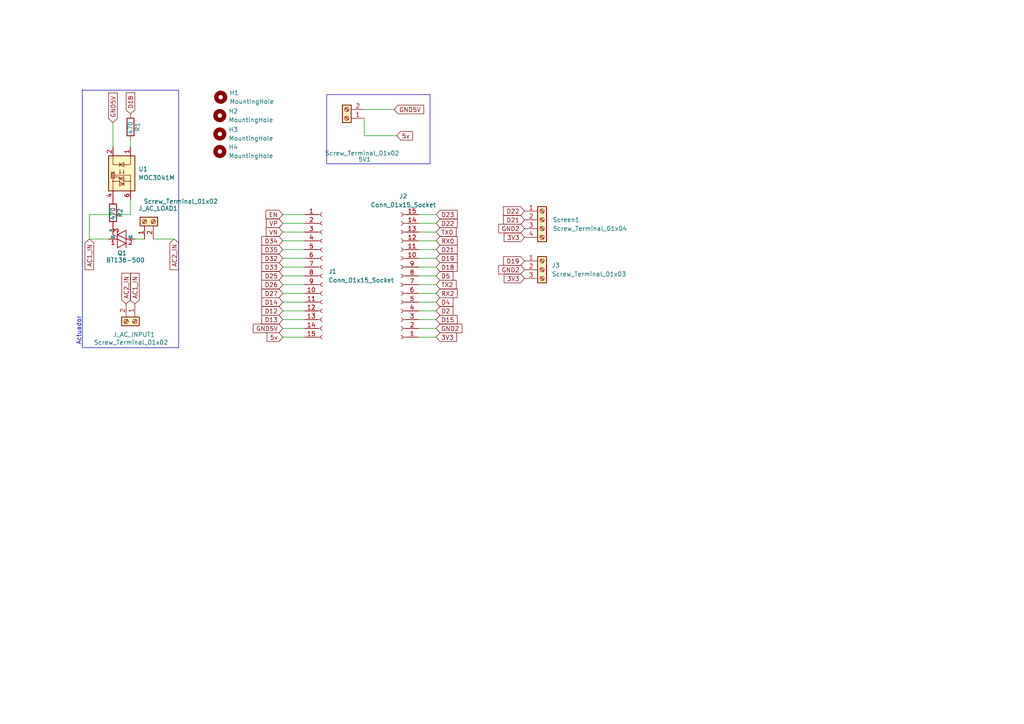
<source format=kicad_sch>
(kicad_sch (version 20230121) (generator eeschema)
  (paper "A4")
  (lib_symbols
    (symbol "Connector:Conn_01x15_Socket" (pin_names (offset 1.016) hide)
      (property "Reference" "J" (at 0 20.32 0))
      (property "Value" "Conn_01x15_Socket" (at 0 -20.32 0))
      (symbol "Conn_01x15_Socket_1_1"
        (arc (start 0 -17.272) (mid -0.5058 -17.78) (end 0 -18.288) (stroke (width 0.1524)))
        (arc (start 0 -14.732) (mid -0.5058 -15.24) (end 0 -15.748) (stroke (width 0.1524)))
        (arc (start 0 -12.192) (mid -0.5058 -12.7) (end 0 -13.208) (stroke (width 0.1524)))
        (arc (start 0 -9.652) (mid -0.5058 -10.16) (end 0 -10.668) (stroke (width 0.1524)))
        (arc (start 0 -7.112) (mid -0.5058 -7.62) (end 0 -8.128) (stroke (width 0.1524)))
        (arc (start 0 -4.572) (mid -0.5058 -5.08) (end 0 -5.588) (stroke (width 0.1524)))
        (arc (start 0 -2.032) (mid -0.5058 -2.54) (end 0 -3.048) (stroke (width 0.1524)))
        (polyline (pts (xy -1.27 -17.78) (xy -0.508 -17.78)) (stroke (width 0.1524)))
        (polyline (pts (xy -1.27 -15.24) (xy -0.508 -15.24)) (stroke (width 0.1524)))
        (polyline (pts (xy -1.27 -12.7) (xy -0.508 -12.7)) (stroke (width 0.1524)))
        (polyline (pts (xy -1.27 -10.16) (xy -0.508 -10.16)) (stroke (width 0.1524)))
        (polyline (pts (xy -1.27 -7.62) (xy -0.508 -7.62)) (stroke (width 0.1524)))
        (polyline (pts (xy -1.27 -5.08) (xy -0.508 -5.08)) (stroke (width 0.1524)))
        (polyline (pts (xy -1.27 -2.54) (xy -0.508 -2.54)) (stroke (width 0.1524)))
        (polyline (pts (xy -1.27 0) (xy -0.508 0)) (stroke (width 0.1524)))
        (polyline (pts (xy -1.27 2.54) (xy -0.508 2.54)) (stroke (width 0.1524)))
        (polyline (pts (xy -1.27 5.08) (xy -0.508 5.08)) (stroke (width 0.1524)))
        (polyline (pts (xy -1.27 7.62) (xy -0.508 7.62)) (stroke (width 0.1524)))
        (polyline (pts (xy -1.27 10.16) (xy -0.508 10.16)) (stroke (width 0.1524)))
        (polyline (pts (xy -1.27 12.7) (xy -0.508 12.7)) (stroke (width 0.1524)))
        (polyline (pts (xy -1.27 15.24) (xy -0.508 15.24)) (stroke (width 0.1524)))
        (polyline (pts (xy -1.27 17.78) (xy -0.508 17.78)) (stroke (width 0.1524)))
        (arc (start 0 0.508) (mid -0.5058 0) (end 0 -0.508) (stroke (width 0.1524)))
        (arc (start 0 3.048) (mid -0.5058 2.54) (end 0 2.032) (stroke (width 0.1524)))
        (arc (start 0 5.588) (mid -0.5058 5.08) (end 0 4.572) (stroke (width 0.1524)))
        (arc (start 0 8.128) (mid -0.5058 7.62) (end 0 7.112) (stroke (width 0.1524)))
        (arc (start 0 10.668) (mid -0.5058 10.16) (end 0 9.652) (stroke (width 0.1524)))
        (arc (start 0 13.208) (mid -0.5058 12.7) (end 0 12.192) (stroke (width 0.1524)))
        (arc (start 0 15.748) (mid -0.5058 15.24) (end 0 14.732) (stroke (width 0.1524)))
        (arc (start 0 18.288) (mid -0.5058 17.78) (end 0 17.272) (stroke (width 0.1524)))
        (pin passive line (at -5.08 17.78 0) (length 3.81) (name "Pin_1") (number "1"))
        (pin passive line (at -5.08 -5.08 0) (length 3.81) (name "Pin_10") (number "10"))
        (pin passive line (at -5.08 -7.62 0) (length 3.81) (name "Pin_11") (number "11"))
        (pin passive line (at -5.08 -10.16 0) (length 3.81) (name "Pin_12") (number "12"))
        (pin passive line (at -5.08 -12.7 0) (length 3.81) (name "Pin_13") (number "13"))
        (pin passive line (at -5.08 -15.24 0) (length 3.81) (name "Pin_14") (number "14"))
        (pin passive line (at -5.08 -17.78 0) (length 3.81) (name "Pin_15") (number "15"))
        (pin passive line (at -5.08 15.24 0) (length 3.81) (name "Pin_2") (number "2"))
        (pin passive line (at -5.08 12.7 0) (length 3.81) (name "Pin_3") (number "3"))
        (pin passive line (at -5.08 10.16 0) (length 3.81) (name "Pin_4") (number "4"))
        (pin passive line (at -5.08 7.62 0) (length 3.81) (name "Pin_5") (number "5"))
        (pin passive line (at -5.08 5.08 0) (length 3.81) (name "Pin_6") (number "6"))
        (pin passive line (at -5.08 2.54 0) (length 3.81) (name "Pin_7") (number "7"))
        (pin passive line (at -5.08 0 0) (length 3.81) (name "Pin_8") (number "8"))
        (pin passive line (at -5.08 -2.54 0) (length 3.81) (name "Pin_9") (number "9"))
      )
    )
    (symbol "Connector:Screw_Terminal_01x02" (pin_names (offset 1.016) hide)
      (property "Reference" "J" (at 0 2.54 0))
      (property "Value" "Screw_Terminal_01x02" (at 0 -5.08 0))
      (symbol "Screw_Terminal_01x02_1_1"
        (rectangle (start -1.27 1.27) (end 1.27 -3.81) (stroke (width 0.254)) (fill (type background)))
        (circle (center 0 -2.54) (radius 0.635) (stroke (width 0.1524)))
        (polyline (pts (xy -0.5334 -2.2098) (xy 0.3302 -3.048)) (stroke (width 0.1524)))
        (polyline (pts (xy -0.5334 0.3302) (xy 0.3302 -0.508)) (stroke (width 0.1524)))
        (polyline (pts (xy -0.3556 -2.032) (xy 0.508 -2.8702)) (stroke (width 0.1524)))
        (polyline (pts (xy -0.3556 0.508) (xy 0.508 -0.3302)) (stroke (width 0.1524)))
        (circle (center 0 0) (radius 0.635) (stroke (width 0.1524)))
        (pin passive line (at -5.08 0 0) (length 3.81) (name "Pin_1") (number "1"))
        (pin passive line (at -5.08 -2.54 0) (length 3.81) (name "Pin_2") (number "2"))
      )
    )
    (symbol "Connector:Screw_Terminal_01x03" (pin_names (offset 1.016) hide)
      (property "Reference" "J" (at 0 5.08 0))
      (property "Value" "Screw_Terminal_01x03" (at 0 -5.08 0))
      (symbol "Screw_Terminal_01x03_1_1"
        (rectangle (start -1.27 3.81) (end 1.27 -3.81) (stroke (width 0.254)) (fill (type background)))
        (circle (center 0 -2.54) (radius 0.635) (stroke (width 0.1524)))
        (polyline (pts (xy -0.5334 -2.2098) (xy 0.3302 -3.048)) (stroke (width 0.1524)))
        (polyline (pts (xy -0.5334 0.3302) (xy 0.3302 -0.508)) (stroke (width 0.1524)))
        (polyline (pts (xy -0.5334 2.8702) (xy 0.3302 2.032)) (stroke (width 0.1524)))
        (polyline (pts (xy -0.3556 -2.032) (xy 0.508 -2.8702)) (stroke (width 0.1524)))
        (polyline (pts (xy -0.3556 0.508) (xy 0.508 -0.3302)) (stroke (width 0.1524)))
        (polyline (pts (xy -0.3556 3.048) (xy 0.508 2.2098)) (stroke (width 0.1524)))
        (circle (center 0 0) (radius 0.635) (stroke (width 0.1524)))
        (circle (center 0 2.54) (radius 0.635) (stroke (width 0.1524)))
        (pin passive line (at -5.08 2.54 0) (length 3.81) (name "Pin_1") (number "1"))
        (pin passive line (at -5.08 0 0) (length 3.81) (name "Pin_2") (number "2"))
        (pin passive line (at -5.08 -2.54 0) (length 3.81) (name "Pin_3") (number "3"))
      )
    )
    (symbol "Connector:Screw_Terminal_01x04" (pin_names (offset 1.016) hide)
      (property "Reference" "J" (at 0 5.08 0))
      (property "Value" "Screw_Terminal_01x04" (at 0 -7.62 0))
      (symbol "Screw_Terminal_01x04_1_1"
        (rectangle (start -1.27 3.81) (end 1.27 -6.35) (stroke (width 0.254)) (fill (type background)))
        (circle (center 0 -5.08) (radius 0.635) (stroke (width 0.1524)))
        (circle (center 0 -2.54) (radius 0.635) (stroke (width 0.1524)))
        (polyline (pts (xy -0.5334 -4.7498) (xy 0.3302 -5.588)) (stroke (width 0.1524)))
        (polyline (pts (xy -0.5334 -2.2098) (xy 0.3302 -3.048)) (stroke (width 0.1524)))
        (polyline (pts (xy -0.5334 0.3302) (xy 0.3302 -0.508)) (stroke (width 0.1524)))
        (polyline (pts (xy -0.5334 2.8702) (xy 0.3302 2.032)) (stroke (width 0.1524)))
        (polyline (pts (xy -0.3556 -4.572) (xy 0.508 -5.4102)) (stroke (width 0.1524)))
        (polyline (pts (xy -0.3556 -2.032) (xy 0.508 -2.8702)) (stroke (width 0.1524)))
        (polyline (pts (xy -0.3556 0.508) (xy 0.508 -0.3302)) (stroke (width 0.1524)))
        (polyline (pts (xy -0.3556 3.048) (xy 0.508 2.2098)) (stroke (width 0.1524)))
        (circle (center 0 0) (radius 0.635) (stroke (width 0.1524)))
        (circle (center 0 2.54) (radius 0.635) (stroke (width 0.1524)))
        (pin passive line (at -5.08 2.54 0) (length 3.81) (name "Pin_1") (number "1"))
        (pin passive line (at -5.08 0 0) (length 3.81) (name "Pin_2") (number "2"))
        (pin passive line (at -5.08 -2.54 0) (length 3.81) (name "Pin_3") (number "3"))
        (pin passive line (at -5.08 -5.08 0) (length 3.81) (name "Pin_4") (number "4"))
      )
    )
    (symbol "Device:R" (pin_numbers hide) (pin_names (offset 0))
      (property "Reference" "R" (at 2.032 0 90))
      (property "Value" "R" (at 0 0 90))
      (symbol "R_0_1"
        (rectangle (start -1.016 -2.54) (end 1.016 2.54) (stroke (width 0.254)))
      )
      (symbol "R_1_1"
        (pin passive line (at 0 3.81 270) (length 1.27) (name "~") (number "1"))
        (pin passive line (at 0 -3.81 90) (length 1.27) (name "~") (number "2"))
      )
    )
    (symbol "Mechanical:MountingHole" (pin_names (offset 1.016))
      (property "Reference" "H" (at 0 5.08 0))
      (property "Value" "MountingHole" (at 0 3.175 0))
      (symbol "MountingHole_0_1"
        (circle (center 0 0) (radius 1.27) (stroke (width 1.27)))
      )
    )
    (symbol "Relay_SolidState:MOC3041M"
      (property "Reference" "U" (at -5.08 5.08 0))
      (property "Value" "MOC3041M" (at 0 5.08 0))
      (symbol "MOC3041M_0_0"
        (rectangle (start -0.381 -2.032) (end 1.397 -3.048))
        (polyline (pts (xy 2.286 -2.54) (xy 1.397 -2.54)))
        (polyline (pts (xy 1.524 -0.635) (xy 1.016 -1.016) (xy 1.016 -2.032)))
        (text "ZCD" (at 0.508 -2.54 0) (effects (font (size 0.508 0.508))))
      )
      (symbol "MOC3041M_0_1"
        (rectangle (start -5.08 3.81) (end 5.08 -3.81) (stroke (width 0.254)) (fill (type background)))
        (polyline (pts (xy -3.175 -0.635) (xy -1.905 -0.635)))
        (polyline (pts (xy 1.524 -0.635) (xy 1.524 0.635)))
        (polyline (pts (xy 3.048 0.635) (xy 3.048 -0.635)))
        (polyline (pts (xy 2.286 -0.635) (xy 2.286 -2.54) (xy 5.08 -2.54)))
        (polyline (pts (xy 2.286 0.635) (xy 2.286 2.54) (xy 5.08 2.54)))
        (polyline (pts (xy 2.286 2.54) (xy 0.508 2.54) (xy 0.508 -2.032)))
        (polyline (pts (xy -5.08 2.54) (xy -2.54 2.54) (xy -2.54 -2.54) (xy -5.08 -2.54)))
        (polyline (pts (xy -2.54 -0.635) (xy -3.175 0.635) (xy -1.905 0.635) (xy -2.54 -0.635)))
        (polyline (pts (xy 0.889 -0.635) (xy 3.683 -0.635) (xy 3.048 0.635) (xy 2.413 -0.635)))
        (polyline (pts (xy 3.683 0.635) (xy 0.889 0.635) (xy 1.524 -0.635) (xy 2.159 0.635)))
        (polyline (pts (xy -1.143 -0.508) (xy 0.127 -0.508) (xy -0.254 -0.635) (xy -0.254 -0.381) (xy 0.127 -0.508)))
        (polyline (pts (xy -1.143 0.508) (xy 0.127 0.508) (xy -0.254 0.381) (xy -0.254 0.635) (xy 0.127 0.508)))
        (circle (center 2.286 -2.54) (radius 0.127))
        (circle (center 2.286 2.54) (radius 0.127))
      )
      (symbol "MOC3041M_1_1"
        (pin passive line (at -7.62 2.54 0) (length 2.54) (name "~") (number "1"))
        (pin passive line (at -7.62 -2.54 0) (length 2.54) (name "~") (number "2"))
        (pin no_connect line (at -5.08 0 0) (length 2.54) hide (name "NC") (number "3"))
        (pin passive line (at 7.62 -2.54 180) (length 2.54) (name "~") (number "4"))
        (pin no_connect line (at 5.08 0 180) (length 2.54) hide (name "NC") (number "5"))
        (pin passive line (at 7.62 2.54 180) (length 2.54) (name "~") (number "6"))
      )
    )
    (symbol "Triac_Thyristor:BT136-500" (pin_names (offset 0))
      (property "Reference" "Q" (at 5.08 1.905 0))
      (property "Value" "BT136-500" (at 5.08 0 0))
      (symbol "BT136-500_0_1"
        (polyline (pts (xy -2.54 -1.27) (xy 2.54 -1.27)) (stroke (width 0.2032)))
        (polyline (pts (xy -2.54 1.27) (xy 2.54 1.27)) (stroke (width 0.2032)))
        (polyline (pts (xy -1.27 -2.54) (xy -0.635 -1.27)))
        (polyline (pts (xy -2.54 1.27) (xy -1.27 -1.27) (xy 0 1.27)) (stroke (width 0.2032)))
        (polyline (pts (xy 0 -1.27) (xy 1.27 1.27) (xy 2.54 -1.27)) (stroke (width 0.2032)))
      )
      (symbol "BT136-500_1_1"
        (pin passive line (at 0 -3.81 90) (length 2.54) (name "A1") (number "1"))
        (pin passive line (at 0 3.81 270) (length 2.54) (name "A2") (number "2"))
        (pin input line (at -3.81 -2.54 0) (length 2.54) (name "G") (number "3"))
      )
    )
  )
  (wire (pts (xy 121.412 64.77) (xy 126.492 64.77)))
  (wire (pts (xy 82.042 95.25) (xy 88.392 95.25)))
  (polyline (pts (xy 94.742 27.432) (xy 94.742 47.498)))
  (wire (pts (xy 121.412 82.55) (xy 126.492 82.55)))
  (wire (pts (xy 82.042 80.01) (xy 88.392 80.01)))
  (polyline (pts (xy 51.816 100.838) (xy 51.816 26.162)))
  (wire (pts (xy 37.846 62.23) (xy 25.908 62.23)))
  (wire (pts (xy 121.412 77.47) (xy 126.492 77.47)))
  (wire (pts (xy 82.042 67.31) (xy 88.392 67.31)))
  (wire (pts (xy 121.412 97.79) (xy 126.492 97.79)))
  (wire (pts (xy 121.412 72.39) (xy 126.492 72.39)))
  (wire (pts (xy 121.412 69.85) (xy 126.492 69.85)))
  (wire (pts (xy 37.846 40.64) (xy 37.846 42.672)))
  (wire (pts (xy 82.042 72.39) (xy 88.392 72.39)))
  (wire (pts (xy 37.846 57.912) (xy 37.846 62.23)))
  (polyline (pts (xy 94.742 27.432) (xy 124.714 27.432)))
  (wire (pts (xy 121.412 74.93) (xy 126.492 74.93)))
  (wire (pts (xy 121.412 80.01) (xy 126.492 80.01)))
  (wire (pts (xy 121.412 85.09) (xy 126.492 85.09)))
  (wire (pts (xy 39.116 69.342) (xy 41.91 69.342)))
  (wire (pts (xy 105.664 39.37) (xy 115.062 39.37)))
  (polyline (pts (xy 23.876 100.584) (xy 23.876 25.908)))
  (wire (pts (xy 82.042 87.63) (xy 88.392 87.63)))
  (wire (pts (xy 82.042 64.77) (xy 88.392 64.77)))
  (wire (pts (xy 25.908 69.342) (xy 31.496 69.342)))
  (wire (pts (xy 82.042 77.47) (xy 88.392 77.47)))
  (polyline (pts (xy 51.816 26.162) (xy 23.876 26.162)))
  (polyline (pts (xy 124.714 47.498) (xy 94.742 47.498)))
  (wire (pts (xy 32.766 35.56) (xy 32.766 42.672)))
  (wire (pts (xy 82.042 74.93) (xy 88.392 74.93)))
  (wire (pts (xy 105.664 31.75) (xy 114.3 31.75)))
  (wire (pts (xy 82.042 85.09) (xy 88.392 85.09)))
  (wire (pts (xy 25.908 62.23) (xy 25.908 69.342)))
  (wire (pts (xy 82.042 90.17) (xy 88.392 90.17)))
  (wire (pts (xy 121.412 62.23) (xy 126.492 62.23)))
  (wire (pts (xy 82.042 82.55) (xy 88.392 82.55)))
  (wire (pts (xy 105.664 39.37) (xy 105.664 34.29)))
  (wire (pts (xy 82.042 92.71) (xy 88.392 92.71)))
  (wire (pts (xy 44.45 69.342) (xy 50.546 69.342)))
  (wire (pts (xy 82.042 62.23) (xy 88.392 62.23)))
  (wire (pts (xy 121.412 92.71) (xy 126.492 92.71)))
  (wire (pts (xy 121.412 87.63) (xy 126.492 87.63)))
  (wire (pts (xy 82.042 69.85) (xy 88.392 69.85)))
  (wire (pts (xy 121.412 95.25) (xy 126.492 95.25)))
  (wire (pts (xy 121.412 90.17) (xy 126.492 90.17)))
  (polyline (pts (xy 124.714 27.432) (xy 124.714 47.498)))
  (polyline (pts (xy 23.876 100.838) (xy 51.816 100.838)))
  (wire (pts (xy 121.412 67.31) (xy 126.492 67.31)))
  (wire (pts (xy 82.042 97.79) (xy 88.392 97.79)))
  (text "Actuador\n" (at 23.622 91.694 90) (effects (font (size 1.27 1.27)) (justify right bottom)))
  (global_label "GND5V" (shape input) (at 114.3 31.75 0) (property "Intersheetrefs" "${INTERSHEET_REFS}" (effects hide)))
  (global_label "D22" (shape input) (at 152.146 61.214 180) (property "Intersheetrefs" "${INTERSHEET_REFS}" (effects hide)))
  (global_label "GND2" (shape input) (at 126.492 95.25 0) (property "Intersheetrefs" "${INTERSHEET_REFS}" (effects hide)))
  (global_label "D18" (shape input) (at 126.492 77.47 0) (property "Intersheetrefs" "${INTERSHEET_REFS}" (effects hide)))
  (global_label "D15" (shape input) (at 126.492 92.71 0) (property "Intersheetrefs" "${INTERSHEET_REFS}" (effects hide)))
  (global_label "AC2_IN" (shape input) (at 36.576 88.138 90) (property "Intersheetrefs" "${INTERSHEET_REFS}" (effects hide)))
  (global_label "D18" (shape input) (at 37.846 33.02 90) (property "Intersheetrefs" "${INTERSHEET_REFS}" (effects hide)))
  (global_label "5v" (shape input) (at 115.062 39.37 0) (property "Intersheetrefs" "${INTERSHEET_REFS}" (effects hide)))
  (global_label "D22" (shape input) (at 126.492 64.77 0) (property "Intersheetrefs" "${INTERSHEET_REFS}" (effects hide)))
  (global_label "GND2" (shape input) (at 152.146 78.232 180) (property "Intersheetrefs" "${INTERSHEET_REFS}" (effects hide)))
  (global_label "D23" (shape input) (at 126.492 62.23 0) (property "Intersheetrefs" "${INTERSHEET_REFS}" (effects hide)))
  (global_label "D5" (shape input) (at 126.492 80.01 0) (property "Intersheetrefs" "${INTERSHEET_REFS}" (effects hide)))
  (global_label "D34" (shape input) (at 82.042 69.85 180) (property "Intersheetrefs" "${INTERSHEET_REFS}" (effects hide)))
  (global_label "5v" (shape input) (at 82.042 97.79 180) (property "Intersheetrefs" "${INTERSHEET_REFS}" (effects hide)))
  (global_label "3V3" (shape input) (at 152.146 80.772 180) (property "Intersheetrefs" "${INTERSHEET_REFS}" (effects hide)))
  (global_label "D13" (shape input) (at 82.042 92.71 180) (property "Intersheetrefs" "${INTERSHEET_REFS}" (effects hide)))
  (global_label "3V3" (shape input) (at 126.492 97.79 0) (property "Intersheetrefs" "${INTERSHEET_REFS}" (effects hide)))
  (global_label "D14" (shape input) (at 82.042 87.63 180) (property "Intersheetrefs" "${INTERSHEET_REFS}" (effects hide)))
  (global_label "D4" (shape input) (at 126.492 87.63 0) (property "Intersheetrefs" "${INTERSHEET_REFS}" (effects hide)))
  (global_label "GND5V" (shape input) (at 32.766 35.56 90) (property "Intersheetrefs" "${INTERSHEET_REFS}" (effects hide)))
  (global_label "D21" (shape input) (at 152.146 63.754 180) (property "Intersheetrefs" "${INTERSHEET_REFS}" (effects hide)))
  (global_label "D19" (shape input) (at 126.492 74.93 0) (property "Intersheetrefs" "${INTERSHEET_REFS}" (effects hide)))
  (global_label "D32" (shape input) (at 82.042 74.93 180) (property "Intersheetrefs" "${INTERSHEET_REFS}" (effects hide)))
  (global_label "RX0" (shape input) (at 126.492 69.85 0) (property "Intersheetrefs" "${INTERSHEET_REFS}" (effects hide)))
  (global_label "EN" (shape input) (at 82.042 62.23 180) (property "Intersheetrefs" "${INTERSHEET_REFS}" (effects hide)))
  (global_label "D33" (shape input) (at 82.042 77.47 180) (property "Intersheetrefs" "${INTERSHEET_REFS}" (effects hide)))
  (global_label "D21" (shape input) (at 126.492 72.39 0) (property "Intersheetrefs" "${INTERSHEET_REFS}" (effects hide)))
  (global_label "D35" (shape input) (at 82.042 72.39 180) (property "Intersheetrefs" "${INTERSHEET_REFS}" (effects hide)))
  (global_label "TX2" (shape input) (at 126.492 82.55 0) (property "Intersheetrefs" "${INTERSHEET_REFS}" (effects hide)))
  (global_label "3V3" (shape input) (at 152.146 68.834 180) (property "Intersheetrefs" "${INTERSHEET_REFS}" (effects hide)))
  (global_label "D25" (shape input) (at 82.042 80.01 180) (property "Intersheetrefs" "${INTERSHEET_REFS}" (effects hide)))
  (global_label "RX2" (shape input) (at 126.492 85.09 0) (property "Intersheetrefs" "${INTERSHEET_REFS}" (effects hide)))
  (global_label "D2" (shape input) (at 126.492 90.17 0) (property "Intersheetrefs" "${INTERSHEET_REFS}" (effects hide)))
  (global_label "D12" (shape input) (at 82.042 90.17 180) (property "Intersheetrefs" "${INTERSHEET_REFS}" (effects hide)))
  (global_label "D26" (shape input) (at 82.042 82.55 180) (property "Intersheetrefs" "${INTERSHEET_REFS}" (effects hide)))
  (global_label "AC1_IN" (shape input) (at 39.116 88.138 90) (property "Intersheetrefs" "${INTERSHEET_REFS}" (effects hide)))
  (global_label "D19" (shape input) (at 152.146 75.692 180) (property "Intersheetrefs" "${INTERSHEET_REFS}" (effects hide)))
  (global_label "D27" (shape input) (at 82.042 85.09 180) (property "Intersheetrefs" "${INTERSHEET_REFS}" (effects hide)))
  (global_label "AC2_IN" (shape input) (at 50.546 69.342 270) (property "Intersheetrefs" "${INTERSHEET_REFS}" (effects hide)))
  (global_label "VP" (shape input) (at 82.042 64.77 180) (property "Intersheetrefs" "${INTERSHEET_REFS}" (effects hide)))
  (global_label "GND5V" (shape input) (at 82.042 95.25 180) (property "Intersheetrefs" "${INTERSHEET_REFS}" (effects hide)))
  (global_label "VN" (shape input) (at 82.042 67.31 180) (property "Intersheetrefs" "${INTERSHEET_REFS}" (effects hide)))
  (global_label "AC1_IN" (shape input) (at 25.908 69.342 270) (property "Intersheetrefs" "${INTERSHEET_REFS}" (effects hide)))
  (global_label "GND2" (shape input) (at 152.146 66.294 180) (property "Intersheetrefs" "${INTERSHEET_REFS}" (effects hide)))
  (global_label "TX0" (shape input) (at 126.492 67.31 0) (property "Intersheetrefs" "${INTERSHEET_REFS}" (effects hide)))
  (symbol (lib_id "Device:R") (at 32.766 61.722 0) (unit 1)
    (property "Reference" "R2" (at 34.798 61.722 90))
    (property "Value" "470" (at 32.766 61.976 90))
    (property "Footprint" "Resistor_THT:R_Axial_DIN0204_L3.6mm_D1.6mm_P5.08mm_Vertical" (effects hide))
  )
  (symbol (lib_id "Connector:Screw_Terminal_01x02") (at 39.116 93.218 270) (unit 1)
    (property "Reference" "J_AC_INPUT1" (at 32.766 97.028 90) (effects (justify left)))
    (property "Value" "Screw_Terminal_01x02" (at 27.178 99.314 90) (effects (justify left)))
    (property "Footprint" "TerminalBlock:TerminalBlock_Altech_AK300-2_P5.00mm" (effects hide))
  )
  (symbol (lib_id "Connector:Screw_Terminal_01x02") (at 100.584 34.29 180) (unit 1)
    (property "Reference" "5V1" (at 103.886 46.228 0) (effects (justify right)))
    (property "Value" "Screw_Terminal_01x02" (at 94.234 44.45 0) (effects (justify right)))
    (property "Footprint" "TerminalBlock:TerminalBlock_Altech_AK300-2_P5.00mm" (effects hide))
  )
  (symbol (lib_id "Connector:Conn_01x15_Socket") (at 116.332 80.01 180) (unit 1)
    (property "Reference" "J2" (at 116.967 56.896 0))
    (property "Value" "Conn_01x15_Socket" (at 116.967 59.436 0))
    (property "Footprint" "Connector_PinHeader_2.54mm:PinHeader_1x15_P2.54mm_Vertical" (effects hide))
  )
  (symbol (lib_id "Mechanical:MountingHole") (at 64.008 28.194 0) (unit 1)
    (property "Reference" "H1" (at 66.548 26.9239 0) (effects (justify left)))
    (property "Value" "MountingHole" (at 66.548 29.4639 0) (effects (justify left)))
    (property "Footprint" "MountingHole:MountingHole_2.7mm_M2.5_Pad" (effects hide))
  )
  (symbol (lib_id "Connector:Screw_Terminal_01x03") (at 157.226 78.232 0) (unit 1)
    (property "Reference" "J3" (at 160.02 76.962 0) (effects (justify left)))
    (property "Value" "Screw_Terminal_01x03" (at 160.02 79.502 0) (effects (justify left)))
    (property "Footprint" "TerminalBlock:TerminalBlock_Altech_AK300-3_P5.00mm" (effects hide))
  )
  (symbol (lib_id "Mechanical:MountingHole") (at 63.754 38.862 0) (unit 1)
    (property "Reference" "H3" (at 66.294 37.5919 0) (effects (justify left)))
    (property "Value" "MountingHole" (at 66.294 40.1319 0) (effects (justify left)))
    (property "Footprint" "MountingHole:MountingHole_2.7mm_M2.5_Pad" (effects hide))
  )
  (symbol (lib_id "Connector:Screw_Terminal_01x04") (at 157.226 63.754 0) (unit 1)
    (property "Reference" "Screen1" (at 160.274 63.754 0) (effects (justify left)))
    (property "Value" "Screw_Terminal_01x04" (at 160.274 66.294 0) (effects (justify left)))
    (property "Footprint" "TerminalBlock:TerminalBlock_Altech_AK300-4_P5.00mm" (effects hide))
  )
  (symbol (lib_id "Connector:Conn_01x15_Socket") (at 93.472 80.01 0) (unit 1)
    (property "Reference" "J1" (at 95.25 78.74 0) (effects (justify left)))
    (property "Value" "Conn_01x15_Socket" (at 95.25 81.28 0) (effects (justify left)))
    (property "Footprint" "Connector_PinHeader_2.54mm:PinHeader_1x15_P2.54mm_Vertical" (effects hide))
  )
  (symbol (lib_id "Device:R") (at 37.846 36.83 0) (unit 1)
    (property "Reference" "R1" (at 39.878 36.83 90))
    (property "Value" "470" (at 37.846 37.084 90))
    (property "Footprint" "Resistor_THT:R_Axial_DIN0204_L3.6mm_D1.6mm_P5.08mm_Vertical" (effects hide))
  )
  (symbol (lib_id "Relay_SolidState:MOC3041M") (at 35.306 50.292 270) (unit 1)
    (property "Reference" "U1" (at 40.132 49.022 90) (effects (justify left)))
    (property "Value" "MOC3041M" (at 40.132 51.562 90) (effects (justify left)))
    (property "Footprint" "esp32:PDIP6_6P6X8P89_ONS" (effects hide))
    (property "Datasheet" "https://www.onsemi.com/pub/Collateral/MOC3043M-D.pdf" (effects hide))
  )
  (symbol (lib_id "Mechanical:MountingHole") (at 63.754 33.528 0) (unit 1)
    (property "Reference" "H2" (at 66.294 32.2579 0) (effects (justify left)))
    (property "Value" "MountingHole" (at 66.294 34.7979 0) (effects (justify left)))
    (property "Footprint" "MountingHole:MountingHole_2.7mm_M2.5_Pad" (effects hide))
  )
  (symbol (lib_id "Mechanical:MountingHole") (at 63.754 43.942 0) (unit 1)
    (property "Reference" "H4" (at 66.294 42.6719 0) (effects (justify left)))
    (property "Value" "MountingHole" (at 66.294 45.2119 0) (effects (justify left)))
    (property "Footprint" "MountingHole:MountingHole_2.7mm_M2.5_Pad" (effects hide))
  )
  (symbol (lib_id "Triac_Thyristor:BT136-500") (at 35.306 69.342 270) (unit 1)
    (property "Reference" "Q1" (at 34.036 73.406 90) (effects (justify left)))
    (property "Value" "BT136-500" (at 30.734 75.438 90) (effects (justify left)))
    (property "Footprint" "Package_TO_SOT_THT:TO-220-3_Vertical" (effects hide))
    (property "Datasheet" "http://www.micropik.com/PDF/BT136-600.pdf" (effects hide))
  )
  (symbol (lib_id "Connector:Screw_Terminal_01x02") (at 41.91 64.262 90) (unit 1)
    (property "Reference" "J_AC_LOAD1" (at 51.562 60.452 90) (effects (justify left)))
    (property "Value" "Screw_Terminal_01x02" (at 63.246 58.42 90) (effects (justify left)))
    (property "Footprint" "TerminalBlock:TerminalBlock_Altech_AK300-2_P5.00mm" (effects hide))
  )
)
</source>
